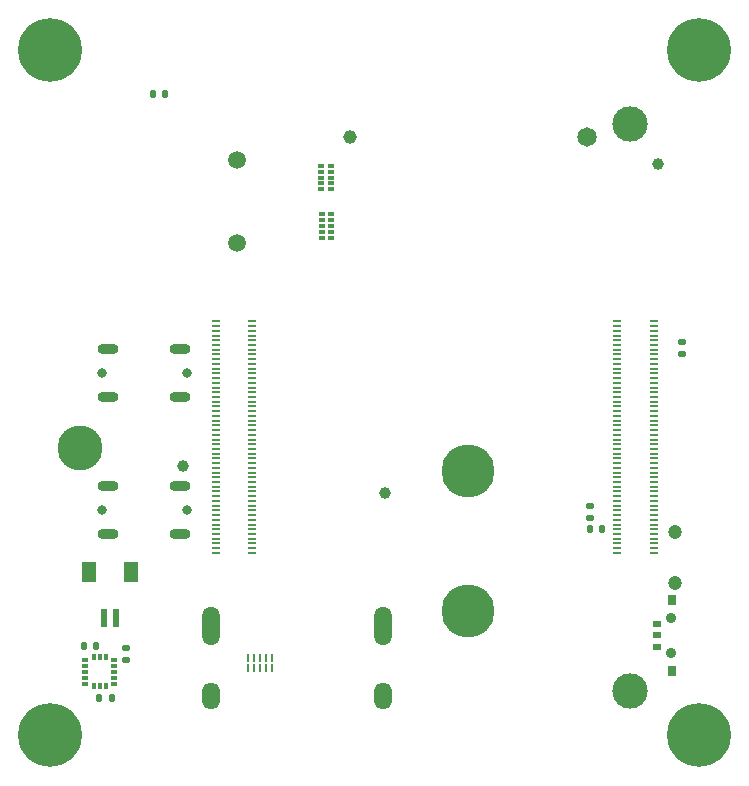
<source format=gbr>
%TF.GenerationSoftware,KiCad,Pcbnew,9.0.0*%
%TF.CreationDate,2025-07-01T10:54:15+02:00*%
%TF.ProjectId,CM5_MINIMA_3,434d355f-4d49-44e4-994d-415f332e6b69,2*%
%TF.SameCoordinates,Original*%
%TF.FileFunction,Soldermask,Bot*%
%TF.FilePolarity,Negative*%
%FSLAX46Y46*%
G04 Gerber Fmt 4.6, Leading zero omitted, Abs format (unit mm)*
G04 Created by KiCad (PCBNEW 9.0.0) date 2025-07-01 10:54:15*
%MOMM*%
%LPD*%
G01*
G04 APERTURE LIST*
G04 Aperture macros list*
%AMRoundRect*
0 Rectangle with rounded corners*
0 $1 Rounding radius*
0 $2 $3 $4 $5 $6 $7 $8 $9 X,Y pos of 4 corners*
0 Add a 4 corners polygon primitive as box body*
4,1,4,$2,$3,$4,$5,$6,$7,$8,$9,$2,$3,0*
0 Add four circle primitives for the rounded corners*
1,1,$1+$1,$2,$3*
1,1,$1+$1,$4,$5*
1,1,$1+$1,$6,$7*
1,1,$1+$1,$8,$9*
0 Add four rect primitives between the rounded corners*
20,1,$1+$1,$2,$3,$4,$5,0*
20,1,$1+$1,$4,$5,$6,$7,0*
20,1,$1+$1,$6,$7,$8,$9,0*
20,1,$1+$1,$8,$9,$2,$3,0*%
G04 Aperture macros list end*
%ADD10C,1.500000*%
%ADD11C,4.500000*%
%ADD12C,5.400000*%
%ADD13C,3.800000*%
%ADD14C,2.600000*%
%ADD15O,1.800000X0.860000*%
%ADD16C,0.800000*%
%ADD17C,1.650000*%
%ADD18C,1.150000*%
%ADD19C,1.000000*%
%ADD20O,1.500000X2.300000*%
%ADD21O,1.500000X3.300000*%
%ADD22C,1.200000*%
%ADD23R,0.700000X0.200000*%
%ADD24C,2.700000*%
%ADD25RoundRect,0.135000X0.135000X0.185000X-0.135000X0.185000X-0.135000X-0.185000X0.135000X-0.185000X0*%
%ADD26RoundRect,0.075000X0.200000X-0.075000X0.200000X0.075000X-0.200000X0.075000X-0.200000X-0.075000X0*%
%ADD27RoundRect,0.135000X0.185000X-0.135000X0.185000X0.135000X-0.185000X0.135000X-0.185000X-0.135000X0*%
%ADD28RoundRect,0.087500X0.087500X0.187500X-0.087500X0.187500X-0.087500X-0.187500X0.087500X-0.187500X0*%
%ADD29RoundRect,0.087500X0.187500X0.087500X-0.187500X0.087500X-0.187500X-0.087500X0.187500X-0.087500X0*%
%ADD30RoundRect,0.135000X-0.135000X-0.185000X0.135000X-0.185000X0.135000X0.185000X-0.135000X0.185000X0*%
%ADD31R,1.200000X1.800000*%
%ADD32R,0.600000X1.550000*%
%ADD33R,0.250000X0.680000*%
%ADD34R,0.700000X0.600000*%
%ADD35R,0.700000X0.900000*%
%ADD36C,0.900000*%
%ADD37RoundRect,0.140000X0.170000X-0.140000X0.170000X0.140000X-0.170000X0.140000X-0.170000X-0.140000X0*%
%ADD38C,3.000000*%
G04 APERTURE END LIST*
D10*
%TO.C,J1*%
X15896000Y41700000D03*
X15896000Y48700000D03*
%TD*%
D11*
%TO.C,M701*%
X35450000Y22375000D03*
%TD*%
D12*
%TO.C,H105*%
X0Y0D03*
%TD*%
D11*
%TO.C,M702*%
X35450000Y10500000D03*
%TD*%
D12*
%TO.C,H103*%
X55000000Y58000000D03*
%TD*%
D13*
%TO.C,H101*%
X2600000Y24350000D03*
D14*
X2600000Y24350000D03*
%TD*%
D15*
%TO.C,J101*%
X4950000Y32680000D03*
X4950000Y28620000D03*
X11050000Y32680000D03*
X11050000Y28620000D03*
D16*
X4420000Y30650000D03*
X11580000Y30650000D03*
%TD*%
D17*
%TO.C,J701*%
X45450000Y50625000D03*
D18*
X25450000Y50625000D03*
%TD*%
D19*
%TO.C,TP105*%
X11280000Y22780000D03*
%TD*%
D20*
%TO.C,J501*%
X28190000Y3320000D03*
X13690000Y3320000D03*
D21*
X13690000Y9280000D03*
X28190000Y9280000D03*
%TD*%
D12*
%TO.C,H104*%
X55000000Y0D03*
%TD*%
D15*
%TO.C,USB701*%
X4950000Y21130000D03*
X4950000Y17070000D03*
X11050000Y21130000D03*
X11050000Y17070000D03*
D16*
X4420000Y19100000D03*
X11580000Y19100000D03*
%TD*%
D12*
%TO.C,H102*%
X0Y58000000D03*
%TD*%
D22*
%TO.C,SW501*%
X52920000Y12930000D03*
X52920000Y17230000D03*
%TD*%
D19*
%TO.C,TP104*%
X51460000Y48370000D03*
%TD*%
%TO.C,TP106*%
X28410000Y20500000D03*
%TD*%
D23*
%TO.C,Module301*%
X48060000Y15450000D03*
X51140000Y15450000D03*
X48060000Y15850000D03*
X51140000Y15850000D03*
X48060000Y16250000D03*
X51140000Y16250000D03*
X48060000Y16650000D03*
X51140000Y16650000D03*
X48060000Y17050000D03*
X51140000Y17050000D03*
X48060000Y17450000D03*
X51140000Y17450000D03*
X48060000Y17850000D03*
X51140000Y17850000D03*
X48060000Y18250000D03*
X51140000Y18250000D03*
X48060000Y18650000D03*
X51140000Y18650000D03*
X48060000Y19050000D03*
X51140000Y19050000D03*
X48060000Y19450000D03*
X51140000Y19450000D03*
X48060000Y19850000D03*
X51140000Y19850000D03*
X48060000Y20250000D03*
X51140000Y20250000D03*
X48060000Y20650000D03*
X51140000Y20650000D03*
X48060000Y21050000D03*
X51140000Y21050000D03*
X48060000Y21450000D03*
X51140000Y21450000D03*
X48060000Y21850000D03*
X51140000Y21850000D03*
X48060000Y22250000D03*
X51140000Y22250000D03*
X48060000Y22650000D03*
X51140000Y22650000D03*
X48060000Y23050000D03*
X51140000Y23050000D03*
X48060000Y23450000D03*
X51140000Y23450000D03*
X48060000Y23850000D03*
X51140000Y23850000D03*
X48060000Y24250000D03*
X51140000Y24250000D03*
X48060000Y24650000D03*
X51140000Y24650000D03*
X48060000Y25050000D03*
X51140000Y25050000D03*
X48060000Y25450000D03*
X51140000Y25450000D03*
X48060000Y25850000D03*
X51140000Y25850000D03*
X48060000Y26250000D03*
X51140000Y26250000D03*
X48060000Y26650000D03*
X51140000Y26650000D03*
X48060000Y27050000D03*
X51140000Y27050000D03*
X48060000Y27450000D03*
X51140000Y27450000D03*
X48060000Y27850000D03*
X51140000Y27850000D03*
X48060000Y28250000D03*
X51140000Y28250000D03*
X48060000Y28650000D03*
X51140000Y28650000D03*
X48060000Y29050000D03*
X51140000Y29050000D03*
X48060000Y29450000D03*
X51140000Y29450000D03*
X48060000Y29850000D03*
X51140000Y29850000D03*
X48060000Y30250000D03*
X51140000Y30250000D03*
X48060000Y30650000D03*
X51140000Y30650000D03*
X48060000Y31050000D03*
X51140000Y31050000D03*
X48060000Y31450000D03*
X51140000Y31450000D03*
X48060000Y31850000D03*
X51140000Y31850000D03*
X48060000Y32250000D03*
X51140000Y32250000D03*
X48060000Y32650000D03*
X51140000Y32650000D03*
X48060000Y33050000D03*
X51140000Y33050000D03*
X48060000Y33450000D03*
X51140000Y33450000D03*
X48060000Y33850000D03*
X51140000Y33850000D03*
X48060000Y34250000D03*
X51140000Y34250000D03*
X48060000Y34650000D03*
X51140000Y34650000D03*
X48060000Y35050000D03*
X51140000Y35050000D03*
D24*
X49100000Y51750000D03*
X49100000Y3750000D03*
%TD*%
D25*
%TO.C,R103*%
X45730000Y17470000D03*
X46750000Y17470000D03*
%TD*%
%TO.C,R108*%
X4210000Y3160000D03*
X5230000Y3160000D03*
%TD*%
D26*
%TO.C,U401*%
X23785000Y42152020D03*
X23785000Y42652020D03*
X23785000Y43152020D03*
X23785000Y43652020D03*
X23785000Y44152020D03*
X23015000Y44152020D03*
X23015000Y43652020D03*
X23015000Y43152020D03*
X23015000Y42652020D03*
X23015000Y42152020D03*
%TD*%
D27*
%TO.C,R102*%
X45780000Y19390000D03*
X45780000Y18370000D03*
%TD*%
D28*
%TO.C,U1*%
X4735000Y6605000D03*
X4235000Y6605000D03*
X3735000Y6605000D03*
D29*
X3010000Y6380000D03*
X3010000Y5880000D03*
X3010000Y5380000D03*
X3010000Y4880000D03*
X3010000Y4380000D03*
D28*
X3735000Y4155000D03*
X4235000Y4155000D03*
X4735000Y4155000D03*
D29*
X5460000Y4380000D03*
X5460000Y4880000D03*
X5460000Y5380000D03*
X5460000Y5880000D03*
X5460000Y6380000D03*
%TD*%
D30*
%TO.C,R403*%
X9785000Y54300000D03*
X8765000Y54300000D03*
%TD*%
D31*
%TO.C,CN1*%
X3300000Y13800000D03*
X6900000Y13800000D03*
D32*
X5600000Y9920000D03*
X4600000Y9920000D03*
%TD*%
D33*
%TO.C,D403*%
X16820000Y5680000D03*
X17320000Y5680000D03*
X17820000Y5680000D03*
X18320000Y5680000D03*
X18820000Y5680000D03*
X18820000Y6540000D03*
X18320000Y6540000D03*
X17820000Y6540000D03*
X17320000Y6540000D03*
X16820000Y6540000D03*
%TD*%
D34*
%TO.C,SW101*%
X51400000Y8470000D03*
D35*
X52660000Y11470000D03*
X52660000Y5470000D03*
D34*
X51400000Y7470000D03*
X51400000Y9470000D03*
D36*
X52590000Y6970000D03*
X52590000Y9970000D03*
%TD*%
D30*
%TO.C,R107*%
X3930000Y7610000D03*
X2910000Y7610000D03*
%TD*%
D26*
%TO.C,U402*%
X23772500Y46227020D03*
X23772500Y46727020D03*
X23772500Y47227020D03*
X23772500Y47727020D03*
X23772500Y48227020D03*
X23002500Y48227020D03*
X23002500Y47727020D03*
X23002500Y47227020D03*
X23002500Y46727020D03*
X23002500Y46227020D03*
%TD*%
D37*
%TO.C,C503*%
X6460000Y7360000D03*
X6460000Y6400000D03*
%TD*%
D27*
%TO.C,R104*%
X53540000Y33320000D03*
X53540000Y32300000D03*
%TD*%
D23*
%TO.C,Module302*%
X14060000Y15450000D03*
X17140000Y15450000D03*
X14060000Y15850000D03*
X17140000Y15850000D03*
X14060000Y16250000D03*
X17140000Y16250000D03*
X14060000Y16650000D03*
X17140000Y16650000D03*
X14060000Y17050000D03*
X17140000Y17050000D03*
X14060000Y17450000D03*
X17140000Y17450000D03*
X14060000Y17850000D03*
X17140000Y17850000D03*
X14060000Y18250000D03*
X17140000Y18250000D03*
X14060000Y18650000D03*
X17140000Y18650000D03*
X14060000Y19050000D03*
X17140000Y19050000D03*
X14060000Y19450000D03*
X17140000Y19450000D03*
X14060000Y19850000D03*
X17140000Y19850000D03*
X14060000Y20250000D03*
X17140000Y20250000D03*
X14060000Y20650000D03*
X17140000Y20650000D03*
X14060000Y21050000D03*
X17140000Y21050000D03*
X14060000Y21450000D03*
X17140000Y21450000D03*
X14060000Y21850000D03*
X17140000Y21850000D03*
X14060000Y22250000D03*
X17140000Y22250000D03*
X14060000Y22650000D03*
X17140000Y22650000D03*
X14060000Y23050000D03*
X17140000Y23050000D03*
X14060000Y23450000D03*
X17140000Y23450000D03*
X14060000Y23850000D03*
X17140000Y23850000D03*
X14060000Y24250000D03*
X17140000Y24250000D03*
X14060000Y24650000D03*
X17140000Y24650000D03*
X14060000Y25050000D03*
X17140000Y25050000D03*
X14060000Y25450000D03*
X17140000Y25450000D03*
X14060000Y25850000D03*
X17140000Y25850000D03*
X14060000Y26250000D03*
X17140000Y26250000D03*
X14060000Y26650000D03*
X17140000Y26650000D03*
X14060000Y27050000D03*
X17140000Y27050000D03*
X14060000Y27450000D03*
X17140000Y27450000D03*
X14060000Y27850000D03*
X17140000Y27850000D03*
X14060000Y28250000D03*
X17140000Y28250000D03*
X14060000Y28650000D03*
X17140000Y28650000D03*
X14060000Y29050000D03*
X17140000Y29050000D03*
X14060000Y29450000D03*
X17140000Y29450000D03*
X14060000Y29850000D03*
X17140000Y29850000D03*
X14060000Y30250000D03*
X17140000Y30250000D03*
X14060000Y30650000D03*
X17140000Y30650000D03*
X14060000Y31050000D03*
X17140000Y31050000D03*
X14060000Y31450000D03*
X17140000Y31450000D03*
X14060000Y31850000D03*
X17140000Y31850000D03*
X14060000Y32250000D03*
X17140000Y32250000D03*
X14060000Y32650000D03*
X17140000Y32650000D03*
X14060000Y33050000D03*
X17140000Y33050000D03*
X14060000Y33450000D03*
X17140000Y33450000D03*
X14060000Y33850000D03*
X17140000Y33850000D03*
X14060000Y34250000D03*
X17140000Y34250000D03*
X14060000Y34650000D03*
X17140000Y34650000D03*
X14060000Y35050000D03*
X17140000Y35050000D03*
D38*
X49100000Y51750000D03*
X49100000Y3750000D03*
%TD*%
M02*

</source>
